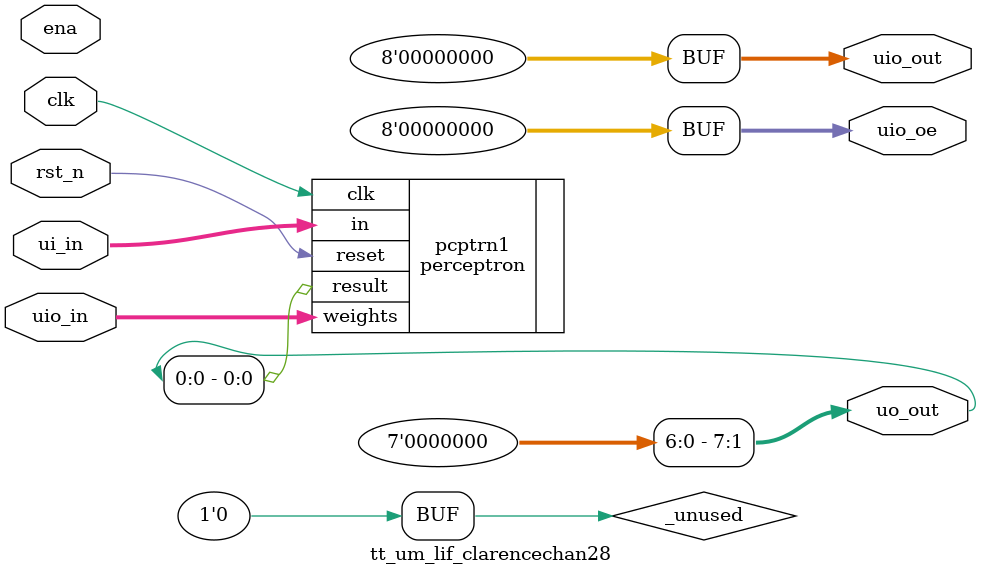
<source format=v>
/*
 * Copyright (c) 2024 Your Name
 * SPDX-License-Identifier: Apache-2.0
 */

`default_nettype none

module tt_um_lif_clarencechan28 (
    input  wire [7:0] ui_in,    // Dedicated inputs
    output wire [7:0] uo_out,   // Dedicated outputs
    input  wire [7:0] uio_in,   // IOs: Input path
    output wire [7:0] uio_out,  // IOs: Output path
    output wire [7:0] uio_oe,   // IOs: Enable path (active high: 0=input, 1=output)
    input  wire       ena,      // always 1 when the design is powered, so you can ignore it
    input  wire       clk,      // clock
    input  wire       rst_n     // reset_n - low to reset
);

  // All output pins must be assigned. If not used, assign to 0.
  assign uo_out[7:1] = 0;
  assign uio_out = 0;
  assign uio_oe  = 0;

  // List all unused inputs to prevent warnings
  wire _unused = &{ena, 1'b0};

  // instantiate perceptron network
  perceptron pcptrn1 (.in(ui_in), .weights(uio_in), .result(uo_out[0]), .clk(clk), .reset(rst_n));

endmodule

</source>
